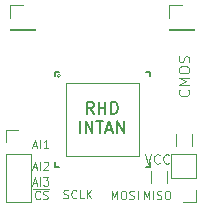
<source format=gbr>
G04 #@! TF.FileFunction,Legend,Top*
%FSLAX46Y46*%
G04 Gerber Fmt 4.6, Leading zero omitted, Abs format (unit mm)*
G04 Created by KiCad (PCBNEW 4.0.7) date 05/28/18 09:58:20*
%MOMM*%
%LPD*%
G01*
G04 APERTURE LIST*
%ADD10C,0.100000*%
%ADD11C,0.150000*%
%ADD12C,0.120000*%
%ADD13C,0.066040*%
%ADD14C,0.127000*%
%ADD15C,0.063500*%
G04 APERTURE END LIST*
D10*
X142589333Y-110416167D02*
X142922667Y-110416167D01*
X142522667Y-110616167D02*
X142756000Y-109916167D01*
X142989333Y-110616167D01*
X143222667Y-110616167D02*
X143222667Y-109916167D01*
X143489333Y-109916167D02*
X143922666Y-109916167D01*
X143689333Y-110182833D01*
X143789333Y-110182833D01*
X143856000Y-110216167D01*
X143889333Y-110249500D01*
X143922666Y-110316167D01*
X143922666Y-110482833D01*
X143889333Y-110549500D01*
X143856000Y-110582833D01*
X143789333Y-110616167D01*
X143589333Y-110616167D01*
X143522666Y-110582833D01*
X143489333Y-110549500D01*
X152095333Y-107956405D02*
X152362000Y-108756405D01*
X152628667Y-107956405D01*
X153352476Y-108680214D02*
X153314381Y-108718310D01*
X153200095Y-108756405D01*
X153123905Y-108756405D01*
X153009619Y-108718310D01*
X152933428Y-108642119D01*
X152895333Y-108565929D01*
X152857238Y-108413548D01*
X152857238Y-108299262D01*
X152895333Y-108146881D01*
X152933428Y-108070690D01*
X153009619Y-107994500D01*
X153123905Y-107956405D01*
X153200095Y-107956405D01*
X153314381Y-107994500D01*
X153352476Y-108032595D01*
X154152476Y-108680214D02*
X154114381Y-108718310D01*
X154000095Y-108756405D01*
X153923905Y-108756405D01*
X153809619Y-108718310D01*
X153733428Y-108642119D01*
X153695333Y-108565929D01*
X153657238Y-108413548D01*
X153657238Y-108299262D01*
X153695333Y-108146881D01*
X153733428Y-108070690D01*
X153809619Y-107994500D01*
X153923905Y-107956405D01*
X154000095Y-107956405D01*
X154114381Y-107994500D01*
X154152476Y-108032595D01*
X142589333Y-109082667D02*
X142922667Y-109082667D01*
X142522667Y-109282667D02*
X142756000Y-108582667D01*
X142989333Y-109282667D01*
X143222667Y-109282667D02*
X143222667Y-108582667D01*
X143522666Y-108649333D02*
X143556000Y-108616000D01*
X143622666Y-108582667D01*
X143789333Y-108582667D01*
X143856000Y-108616000D01*
X143889333Y-108649333D01*
X143922666Y-108716000D01*
X143922666Y-108782667D01*
X143889333Y-108882667D01*
X143489333Y-109282667D01*
X143922666Y-109282667D01*
X142589333Y-107241167D02*
X142922667Y-107241167D01*
X142522667Y-107441167D02*
X142756000Y-106741167D01*
X142989333Y-107441167D01*
X143222667Y-107441167D02*
X143222667Y-106741167D01*
X143922666Y-107441167D02*
X143522666Y-107441167D01*
X143722666Y-107441167D02*
X143722666Y-106741167D01*
X143656000Y-106841167D01*
X143589333Y-106907833D01*
X143522666Y-106941167D01*
X151998501Y-111759167D02*
X151998501Y-111059167D01*
X152231834Y-111559167D01*
X152465167Y-111059167D01*
X152465167Y-111759167D01*
X152798501Y-111759167D02*
X152798501Y-111059167D01*
X153098500Y-111725833D02*
X153198500Y-111759167D01*
X153365167Y-111759167D01*
X153431834Y-111725833D01*
X153465167Y-111692500D01*
X153498500Y-111625833D01*
X153498500Y-111559167D01*
X153465167Y-111492500D01*
X153431834Y-111459167D01*
X153365167Y-111425833D01*
X153231834Y-111392500D01*
X153165167Y-111359167D01*
X153131834Y-111325833D01*
X153098500Y-111259167D01*
X153098500Y-111192500D01*
X153131834Y-111125833D01*
X153165167Y-111092500D01*
X153231834Y-111059167D01*
X153398500Y-111059167D01*
X153498500Y-111092500D01*
X153931834Y-111059167D02*
X154065167Y-111059167D01*
X154131834Y-111092500D01*
X154198501Y-111159167D01*
X154231834Y-111292500D01*
X154231834Y-111525833D01*
X154198501Y-111659167D01*
X154131834Y-111725833D01*
X154065167Y-111759167D01*
X153931834Y-111759167D01*
X153865167Y-111725833D01*
X153798501Y-111659167D01*
X153765167Y-111525833D01*
X153765167Y-111292500D01*
X153798501Y-111159167D01*
X153865167Y-111092500D01*
X153931834Y-111059167D01*
X149268001Y-111759167D02*
X149268001Y-111059167D01*
X149501334Y-111559167D01*
X149734667Y-111059167D01*
X149734667Y-111759167D01*
X150201334Y-111059167D02*
X150334667Y-111059167D01*
X150401334Y-111092500D01*
X150468001Y-111159167D01*
X150501334Y-111292500D01*
X150501334Y-111525833D01*
X150468001Y-111659167D01*
X150401334Y-111725833D01*
X150334667Y-111759167D01*
X150201334Y-111759167D01*
X150134667Y-111725833D01*
X150068001Y-111659167D01*
X150034667Y-111525833D01*
X150034667Y-111292500D01*
X150068001Y-111159167D01*
X150134667Y-111092500D01*
X150201334Y-111059167D01*
X150768000Y-111725833D02*
X150868000Y-111759167D01*
X151034667Y-111759167D01*
X151101334Y-111725833D01*
X151134667Y-111692500D01*
X151168000Y-111625833D01*
X151168000Y-111559167D01*
X151134667Y-111492500D01*
X151101334Y-111459167D01*
X151034667Y-111425833D01*
X150901334Y-111392500D01*
X150834667Y-111359167D01*
X150801334Y-111325833D01*
X150768000Y-111259167D01*
X150768000Y-111192500D01*
X150801334Y-111125833D01*
X150834667Y-111092500D01*
X150901334Y-111059167D01*
X151068000Y-111059167D01*
X151168000Y-111092500D01*
X151468001Y-111759167D02*
X151468001Y-111059167D01*
X145184166Y-111662333D02*
X145284166Y-111695667D01*
X145450833Y-111695667D01*
X145517500Y-111662333D01*
X145550833Y-111629000D01*
X145584166Y-111562333D01*
X145584166Y-111495667D01*
X145550833Y-111429000D01*
X145517500Y-111395667D01*
X145450833Y-111362333D01*
X145317500Y-111329000D01*
X145250833Y-111295667D01*
X145217500Y-111262333D01*
X145184166Y-111195667D01*
X145184166Y-111129000D01*
X145217500Y-111062333D01*
X145250833Y-111029000D01*
X145317500Y-110995667D01*
X145484166Y-110995667D01*
X145584166Y-111029000D01*
X146284167Y-111629000D02*
X146250833Y-111662333D01*
X146150833Y-111695667D01*
X146084167Y-111695667D01*
X145984167Y-111662333D01*
X145917500Y-111595667D01*
X145884167Y-111529000D01*
X145850833Y-111395667D01*
X145850833Y-111295667D01*
X145884167Y-111162333D01*
X145917500Y-111095667D01*
X145984167Y-111029000D01*
X146084167Y-110995667D01*
X146150833Y-110995667D01*
X146250833Y-111029000D01*
X146284167Y-111062333D01*
X146917500Y-111695667D02*
X146584167Y-111695667D01*
X146584167Y-110995667D01*
X147150834Y-111695667D02*
X147150834Y-110995667D01*
X147550834Y-111695667D02*
X147250834Y-111295667D01*
X147550834Y-110995667D02*
X147150834Y-111395667D01*
X143202834Y-111692500D02*
X143169500Y-111725833D01*
X143069500Y-111759167D01*
X143002834Y-111759167D01*
X142902834Y-111725833D01*
X142836167Y-111659167D01*
X142802834Y-111592500D01*
X142769500Y-111459167D01*
X142769500Y-111359167D01*
X142802834Y-111225833D01*
X142836167Y-111159167D01*
X142902834Y-111092500D01*
X143002834Y-111059167D01*
X143069500Y-111059167D01*
X143169500Y-111092500D01*
X143202834Y-111125833D01*
X143469500Y-111725833D02*
X143569500Y-111759167D01*
X143736167Y-111759167D01*
X143802834Y-111725833D01*
X143836167Y-111692500D01*
X143869500Y-111625833D01*
X143869500Y-111559167D01*
X143836167Y-111492500D01*
X143802834Y-111459167D01*
X143736167Y-111425833D01*
X143602834Y-111392500D01*
X143536167Y-111359167D01*
X143502834Y-111325833D01*
X143469500Y-111259167D01*
X143469500Y-111192500D01*
X143502834Y-111125833D01*
X143536167Y-111092500D01*
X143602834Y-111059167D01*
X143769500Y-111059167D01*
X143869500Y-111092500D01*
X142636167Y-110938500D02*
X144002834Y-110938500D01*
X155769429Y-102481714D02*
X155812286Y-102524571D01*
X155855143Y-102653142D01*
X155855143Y-102738856D01*
X155812286Y-102867428D01*
X155726571Y-102953142D01*
X155640857Y-102995999D01*
X155469429Y-103038856D01*
X155340857Y-103038856D01*
X155169429Y-102995999D01*
X155083714Y-102953142D01*
X154998000Y-102867428D01*
X154955143Y-102738856D01*
X154955143Y-102653142D01*
X154998000Y-102524571D01*
X155040857Y-102481714D01*
X155855143Y-102095999D02*
X154955143Y-102095999D01*
X155598000Y-101795999D01*
X154955143Y-101495999D01*
X155855143Y-101495999D01*
X154955143Y-100896000D02*
X154955143Y-100724571D01*
X154998000Y-100638857D01*
X155083714Y-100553143D01*
X155255143Y-100510285D01*
X155555143Y-100510285D01*
X155726571Y-100553143D01*
X155812286Y-100638857D01*
X155855143Y-100724571D01*
X155855143Y-100896000D01*
X155812286Y-100981714D01*
X155726571Y-101067428D01*
X155555143Y-101110285D01*
X155255143Y-101110285D01*
X155083714Y-101067428D01*
X154998000Y-100981714D01*
X154955143Y-100896000D01*
X155812286Y-100167428D02*
X155855143Y-100038857D01*
X155855143Y-99824571D01*
X155812286Y-99738857D01*
X155769429Y-99696000D01*
X155683714Y-99653143D01*
X155598000Y-99653143D01*
X155512286Y-99696000D01*
X155469429Y-99738857D01*
X155426571Y-99824571D01*
X155383714Y-99996000D01*
X155340857Y-100081714D01*
X155298000Y-100124571D01*
X155212286Y-100167428D01*
X155126571Y-100167428D01*
X155040857Y-100124571D01*
X154998000Y-100081714D01*
X154955143Y-99996000D01*
X154955143Y-99781714D01*
X154998000Y-99653143D01*
D11*
X147748715Y-104529381D02*
X147415381Y-104053190D01*
X147177286Y-104529381D02*
X147177286Y-103529381D01*
X147558239Y-103529381D01*
X147653477Y-103577000D01*
X147701096Y-103624619D01*
X147748715Y-103719857D01*
X147748715Y-103862714D01*
X147701096Y-103957952D01*
X147653477Y-104005571D01*
X147558239Y-104053190D01*
X147177286Y-104053190D01*
X148177286Y-104529381D02*
X148177286Y-103529381D01*
X148177286Y-104005571D02*
X148748715Y-104005571D01*
X148748715Y-104529381D02*
X148748715Y-103529381D01*
X149224905Y-104529381D02*
X149224905Y-103529381D01*
X149463000Y-103529381D01*
X149605858Y-103577000D01*
X149701096Y-103672238D01*
X149748715Y-103767476D01*
X149796334Y-103957952D01*
X149796334Y-104100810D01*
X149748715Y-104291286D01*
X149701096Y-104386524D01*
X149605858Y-104481762D01*
X149463000Y-104529381D01*
X149224905Y-104529381D01*
X146605857Y-106179381D02*
X146605857Y-105179381D01*
X147082047Y-106179381D02*
X147082047Y-105179381D01*
X147653476Y-106179381D01*
X147653476Y-105179381D01*
X147986809Y-105179381D02*
X148558238Y-105179381D01*
X148272523Y-106179381D02*
X148272523Y-105179381D01*
X148843952Y-105893667D02*
X149320143Y-105893667D01*
X148748714Y-106179381D02*
X149082047Y-105179381D01*
X149415381Y-106179381D01*
X149748714Y-106179381D02*
X149748714Y-105179381D01*
X150320143Y-106179381D01*
X150320143Y-105179381D01*
D12*
X154134000Y-97453000D02*
X156254000Y-97453000D01*
X154134000Y-97393000D02*
X154134000Y-97453000D01*
X156254000Y-97393000D02*
X156254000Y-97453000D01*
X154134000Y-97393000D02*
X156254000Y-97393000D01*
X154134000Y-96393000D02*
X154134000Y-95333000D01*
X154134000Y-95333000D02*
X155194000Y-95333000D01*
X156381000Y-107912600D02*
X154261000Y-107912600D01*
X156381000Y-109972600D02*
X156381000Y-107912600D01*
X154261000Y-109972600D02*
X154261000Y-107912600D01*
X156381000Y-109972600D02*
X154261000Y-109972600D01*
X156381000Y-110972600D02*
X156381000Y-112032600D01*
X156381000Y-112032600D02*
X155321000Y-112032600D01*
X140291000Y-111994000D02*
X142411000Y-111994000D01*
X140291000Y-107934000D02*
X140291000Y-111994000D01*
X142411000Y-107934000D02*
X142411000Y-111994000D01*
X140291000Y-107934000D02*
X142411000Y-107934000D01*
X140291000Y-106934000D02*
X140291000Y-105874000D01*
X140291000Y-105874000D02*
X141351000Y-105874000D01*
D13*
X145402300Y-108102400D02*
X151599900Y-108102400D01*
X151599900Y-108102400D02*
X151599900Y-101904800D01*
X145402300Y-101904800D02*
X151599900Y-101904800D01*
X145402300Y-108102400D02*
X145402300Y-101904800D01*
D14*
X144503140Y-101005640D02*
X144851120Y-101005640D01*
X144503140Y-101005640D02*
X144503140Y-101353620D01*
X152499060Y-101005640D02*
X152151080Y-101005640D01*
X152499060Y-101005640D02*
X152499060Y-101353620D01*
X144503140Y-109001560D02*
X144503140Y-108653580D01*
X144503140Y-109001560D02*
X144851120Y-109001560D01*
X152499060Y-109001560D02*
X152499060Y-108653580D01*
X152499060Y-109001560D02*
X152151080Y-109001560D01*
D15*
X144961473Y-101305920D02*
G75*
G03X144961473Y-101305920I-158053J0D01*
G01*
D12*
X153969000Y-109380400D02*
X153969000Y-110380400D01*
X152609000Y-110380400D02*
X152609000Y-109380400D01*
X154691800Y-107256200D02*
X154691800Y-106256200D01*
X156051800Y-106256200D02*
X156051800Y-107256200D01*
X140672000Y-97453000D02*
X142792000Y-97453000D01*
X140672000Y-97393000D02*
X140672000Y-97453000D01*
X142792000Y-97393000D02*
X142792000Y-97453000D01*
X140672000Y-97393000D02*
X142792000Y-97393000D01*
X140672000Y-96393000D02*
X140672000Y-95333000D01*
X140672000Y-95333000D02*
X141732000Y-95333000D01*
M02*

</source>
